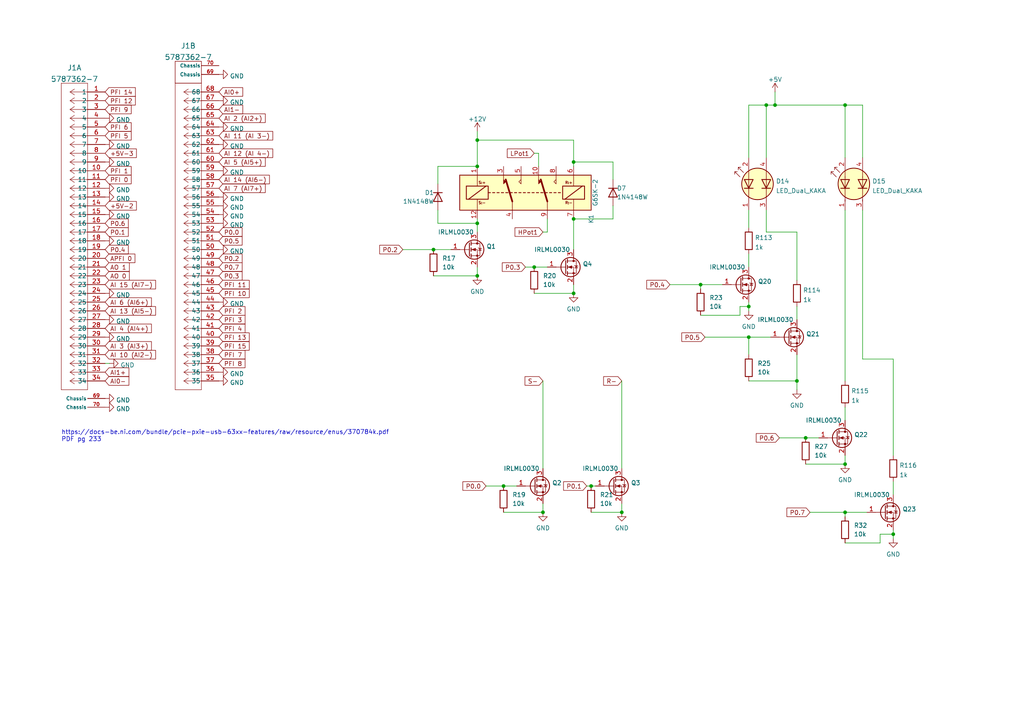
<source format=kicad_sch>
(kicad_sch (version 20211123) (generator eeschema)
  (paper "A4")
  (lib_symbols
    (symbol "Device:LED_Dual_KAKA" (pin_names (offset 0) hide)
      (property "Reference" "D" (at 0 5.715 0))
      (property "Value" "LED_Dual_KAKA" (at 0 -6.35 0))
      (symbol "LED_Dual_KAKA_1_1"
        (pin input line (at -7.62 2.54 0) (length 3.048) (name "A1") (number "1"))
        (pin input line (at 7.62 2.54 180) (length 3.81) (name "K1") (number "2"))
        (pin input line (at -7.62 -2.54 0) (length 3.048) (name "A2") (number "3"))
        (pin input line (at 7.62 -2.54 180) (length 3.81) (name "K2") (number "4"))
      )
    )
    (symbol "Device:R" (pin_numbers hide) (pin_names (offset 0))
      (property "Reference" "R" (at 2.032 0 90))
      (property "Value" "R" (at 0 0 90))
      (symbol "R_1_1"
        (pin passive line (at 0 3.81 270) (length 1.27) (name "~") (number "1"))
        (pin passive line (at 0 -3.81 90) (length 1.27) (name "~") (number "2"))
      )
    )
    (symbol "Diode:1N4148W" (pin_numbers hide) (pin_names (offset 1.016) hide)
      (property "Reference" "D" (at 0 2.54 0))
      (property "Value" "1N4148W" (at 0 -2.54 0))
      (symbol "1N4148W_1_1"
        (pin passive line (at -3.81 0 0) (length 2.54) (name "K") (number "1"))
        (pin passive line (at 3.81 0 180) (length 2.54) (name "A") (number "2"))
      )
    )
    (symbol "Eli_v6Lib:5787362-7" (pin_names (offset 0.254))
      (property "Reference" "J" (at 8.89 6.35 0))
      (property "Value" "5787362-7" (at 0 0 0))
      (symbol "5787362-7_0_0"
        (pin bidirectional line (at 0 -88.9 0) (length 5.08) (name "Chassis") (number "69"))
        (pin bidirectional line (at 0 -91.44 0) (length 5.08) (name "Chassis") (number "70"))
      )
      (symbol "5787362-7_1_1"
        (pin unspecified line (at 0 0 0) (length 5.08) (name "1") (number "1"))
        (pin unspecified line (at 0 -22.86 0) (length 5.08) (name "10") (number "10"))
        (pin unspecified line (at 0 -25.4 0) (length 5.08) (name "11") (number "11"))
        (pin unspecified line (at 0 -27.94 0) (length 5.08) (name "12") (number "12"))
        (pin unspecified line (at 0 -30.48 0) (length 5.08) (name "13") (number "13"))
        (pin unspecified line (at 0 -33.02 0) (length 5.08) (name "14") (number "14"))
        (pin unspecified line (at 0 -35.56 0) (length 5.08) (name "15") (number "15"))
        (pin unspecified line (at 0 -38.1 0) (length 5.08) (name "16") (number "16"))
        (pin unspecified line (at 0 -40.64 0) (length 5.08) (name "17") (number "17"))
        (pin unspecified line (at 0 -43.18 0) (length 5.08) (name "18") (number "18"))
        (pin unspecified line (at 0 -45.72 0) (length 5.08) (name "19") (number "19"))
        (pin unspecified line (at 0 -2.54 0) (length 5.08) (name "2") (number "2"))
        (pin unspecified line (at 0 -48.26 0) (length 5.08) (name "20") (number "20"))
        (pin unspecified line (at 0 -50.8 0) (length 5.08) (name "21") (number "21"))
        (pin unspecified line (at 0 -53.34 0) (length 5.08) (name "22") (number "22"))
        (pin unspecified line (at 0 -55.88 0) (length 5.08) (name "23") (number "23"))
        (pin unspecified line (at 0 -58.42 0) (length 5.08) (name "24") (number "24"))
        (pin unspecified line (at 0 -60.96 0) (length 5.08) (name "25") (number "25"))
        (pin unspecified line (at 0 -63.5 0) (length 5.08) (name "26") (number "26"))
        (pin unspecified line (at 0 -66.04 0) (length 5.08) (name "27") (number "27"))
        (pin unspecified line (at 0 -68.58 0) (length 5.08) (name "28") (number "28"))
        (pin unspecified line (at 0 -71.12 0) (length 5.08) (name "29") (number "29"))
        (pin unspecified line (at 0 -5.08 0) (length 5.08) (name "3") (number "3"))
        (pin unspecified line (at 0 -73.66 0) (length 5.08) (name "30") (number "30"))
        (pin unspecified line (at 0 -76.2 0) (length 5.08) (name "31") (number "31"))
        (pin unspecified line (at 0 -78.74 0) (length 5.08) (name "32") (number "32"))
        (pin unspecified line (at 0 -81.28 0) (length 5.08) (name "33") (number "33"))
        (pin unspecified line (at 0 -83.82 0) (length 5.08) (name "34") (number "34"))
        (pin unspecified line (at 0 -7.62 0) (length 5.08) (name "4") (number "4"))
        (pin unspecified line (at 0 -10.16 0) (length 5.08) (name "5") (number "5"))
        (pin unspecified line (at 0 -12.7 0) (length 5.08) (name "6") (number "6"))
        (pin unspecified line (at 0 -15.24 0) (length 5.08) (name "7") (number "7"))
        (pin unspecified line (at 0 -17.78 0) (length 5.08) (name "8") (number "8"))
        (pin unspecified line (at 0 -20.32 0) (length 5.08) (name "9") (number "9"))
      )
      (symbol "5787362-7_1_2"
        (pin unspecified line (at 0 0 0) (length 5.08) (name "1") (number "1"))
        (pin unspecified line (at 0 -22.86 0) (length 5.08) (name "10") (number "10"))
        (pin unspecified line (at 0 -25.4 0) (length 5.08) (name "11") (number "11"))
        (pin unspecified line (at 0 -27.94 0) (length 5.08) (name "12") (number "12"))
        (pin unspecified line (at 0 -30.48 0) (length 5.08) (name "13") (number "13"))
        (pin unspecified line (at 0 -33.02 0) (length 5.08) (name "14") (number "14"))
        (pin unspecified line (at 0 -35.56 0) (length 5.08) (name "15") (number "15"))
        (pin unspecified line (at 0 -38.1 0) (length 5.08) (name "16") (number "16"))
        (pin unspecified line (at 0 -40.64 0) (length 5.08) (name "17") (number "17"))
        (pin unspecified line (at 0 -43.18 0) (length 5.08) (name "18") (number "18"))
        (pin unspecified line (at 0 -45.72 0) (length 5.08) (name "19") (number "19"))
        (pin unspecified line (at 0 -2.54 0) (length 5.08) (name "2") (number "2"))
        (pin unspecified line (at 0 -48.26 0) (length 5.08) (name "20") (number "20"))
        (pin unspecified line (at 0 -50.8 0) (length 5.08) (name "21") (number "21"))
        (pin unspecified line (at 0 -53.34 0) (length 5.08) (name "22") (number "22"))
        (pin unspecified line (at 0 -55.88 0) (length 5.08) (name "23") (number "23"))
        (pin unspecified line (at 0 -58.42 0) (length 5.08) (name "24") (number "24"))
        (pin unspecified line (at 0 -60.96 0) (length 5.08) (name "25") (number "25"))
        (pin unspecified line (at 0 -63.5 0) (length 5.08) (name "26") (number "26"))
        (pin unspecified line (at 0 -66.04 0) (length 5.08) (name "27") (number "27"))
        (pin unspecified line (at 0 -68.58 0) (length 5.08) (name "28") (number "28"))
        (pin unspecified line (at 0 -71.12 0) (length 5.08) (name "29") (number "29"))
        (pin unspecified line (at 0 -5.08 0) (length 5.08) (name "3") (number "3"))
        (pin unspecified line (at 0 -73.66 0) (length 5.08) (name "30") (number "30"))
        (pin unspecified line (at 0 -76.2 0) (length 5.08) (name "31") (number "31"))
        (pin unspecified line (at 0 -78.74 0) (length 5.08) (name "32") (number "32"))
        (pin unspecified line (at 0 -81.28 0) (length 5.08) (name "33") (number "33"))
        (pin unspecified line (at 0 -83.82 0) (length 5.08) (name "34") (number "34"))
        (pin unspecified line (at 0 -7.62 0) (length 5.08) (name "4") (number "4"))
        (pin unspecified line (at 0 -10.16 0) (length 5.08) (name "5") (number "5"))
        (pin unspecified line (at 0 -12.7 0) (length 5.08) (name "6") (number "6"))
        (pin unspecified line (at 0 -15.24 0) (length 5.08) (name "7") (number "7"))
        (pin unspecified line (at 0 -17.78 0) (length 5.08) (name "8") (number "8"))
        (pin unspecified line (at 0 -20.32 0) (length 5.08) (name "9") (number "9"))
      )
      (symbol "5787362-7_2_1"
        (pin unspecified line (at 0 0 0) (length 5.08) (name "35") (number "35"))
        (pin unspecified line (at 0 -2.54 0) (length 5.08) (name "36") (number "36"))
        (pin unspecified line (at 0 -5.08 0) (length 5.08) (name "37") (number "37"))
        (pin unspecified line (at 0 -7.62 0) (length 5.08) (name "38") (number "38"))
        (pin unspecified line (at 0 -10.16 0) (length 5.08) (name "39") (number "39"))
        (pin unspecified line (at 0 -12.7 0) (length 5.08) (name "40") (number "40"))
        (pin unspecified line (at 0 -15.24 0) (length 5.08) (name "41") (number "41"))
        (pin unspecified line (at 0 -17.78 0) (length 5.08) (name "42") (number "42"))
        (pin unspecified line (at 0 -20.32 0) (length 5.08) (name "43") (number "43"))
        (pin unspecified line (at 0 -22.86 0) (length 5.08) (name "44") (number "44"))
        (pin unspecified line (at 0 -25.4 0) (length 5.08) (name "45") (number "45"))
        (pin unspecified line (at 0 -27.94 0) (length 5.08) (name "46") (number "46"))
        (pin unspecified line (at 0 -30.48 0) (length 5.08) (name "47") (number "47"))
        (pin unspecified line (at 0 -33.02 0) (length 5.08) (name "48") (number "48"))
        (pin unspecified line (at 0 -35.56 0) (length 5.08) (name "49") (number "49"))
        (pin unspecified line (at 0 -38.1 0) (length 5.08) (name "50") (number "50"))
        (pin unspecified line (at 0 -40.64 0) (length 5.08) (name "51") (number "51"))
        (pin unspecified line (at 0 -43.18 0) (length 5.08) (name "52") (number "52"))
        (pin unspecified line (at 0 -45.72 0) (length 5.08) (name "53") (number "53"))
        (pin unspecified line (at 0 -48.26 0) (length 5.08) (name "54") (number "54"))
        (pin unspecified line (at 0 -50.8 0) (length 5.08) (name "55") (number "55"))
        (pin unspecified line (at 0 -53.34 0) (length 5.08) (name "56") (number "56"))
        (pin unspecified line (at 0 -55.88 0) (length 5.08) (name "57") (number "57"))
        (pin unspecified line (at 0 -58.42 0) (length 5.08) (name "58") (number "58"))
        (pin unspecified line (at 0 -60.96 0) (length 5.08) (name "59") (number "59"))
        (pin unspecified line (at 0 -63.5 0) (length 5.08) (name "60") (number "60"))
        (pin unspecified line (at 0 -66.04 0) (length 5.08) (name "61") (number "61"))
        (pin unspecified line (at 0 -68.58 0) (length 5.08) (name "62") (number "62"))
        (pin unspecified line (at 0 -71.12 0) (length 5.08) (name "63") (number "63"))
        (pin unspecified line (at 0 -73.66 0) (length 5.08) (name "64") (number "64"))
        (pin unspecified line (at 0 -76.2 0) (length 5.08) (name "65") (number "65"))
        (pin unspecified line (at 0 -78.74 0) (length 5.08) (name "66") (number "66"))
        (pin unspecified line (at 0 -81.28 0) (length 5.08) (name "67") (number "67"))
        (pin unspecified line (at 0 -83.82 0) (length 5.08) (name "68") (number "68"))
      )
      (symbol "5787362-7_2_2"
        (pin unspecified line (at 0 0 0) (length 5.08) (name "35") (number "35"))
        (pin unspecified line (at 0 -2.54 0) (length 5.08) (name "36") (number "36"))
        (pin unspecified line (at 0 -5.08 0) (length 5.08) (name "37") (number "37"))
        (pin unspecified line (at 0 -7.62 0) (length 5.08) (name "38") (number "38"))
        (pin unspecified line (at 0 -10.16 0) (length 5.08) (name "39") (number "39"))
        (pin unspecified line (at 0 -12.7 0) (length 5.08) (name "40") (number "40"))
        (pin unspecified line (at 0 -15.24 0) (length 5.08) (name "41") (number "41"))
        (pin unspecified line (at 0 -17.78 0) (length 5.08) (name "42") (number "42"))
        (pin unspecified line (at 0 -20.32 0) (length 5.08) (name "43") (number "43"))
        (pin unspecified line (at 0 -22.86 0) (length 5.08) (name "44") (number "44"))
        (pin unspecified line (at 0 -25.4 0) (length 5.08) (name "45") (number "45"))
        (pin unspecified line (at 0 -27.94 0) (length 5.08) (name "46") (number "46"))
        (pin unspecified line (at 0 -30.48 0) (length 5.08) (name "47") (number "47"))
        (pin unspecified line (at 0 -33.02 0) (length 5.08) (name "48") (number "48"))
        (pin unspecified line (at 0 -35.56 0) (length 5.08) (name "49") (number "49"))
        (pin unspecified line (at 0 -38.1 0) (length 5.08) (name "50") (number "50"))
        (pin unspecified line (at 0 -40.64 0) (length 5.08) (name "51") (number "51"))
        (pin unspecified line (at 0 -43.18 0) (length 5.08) (name "52") (number "52"))
        (pin unspecified line (at 0 -45.72 0) (length 5.08) (name "53") (number "53"))
        (pin unspecified line (at 0 -48.26 0) (length 5.08) (name "54") (number "54"))
        (pin unspecified line (at 0 -50.8 0) (length 5.08) (name "55") (number "55"))
        (pin unspecified line (at 0 -53.34 0) (length 5.08) (name "56") (number "56"))
        (pin unspecified line (at 0 -55.88 0) (length 5.08) (name "57") (number "57"))
        (pin unspecified line (at 0 -58.42 0) (length 5.08) (name "58") (number "58"))
        (pin unspecified line (at 0 -60.96 0) (length 5.08) (name "59") (number "59"))
        (pin unspecified line (at 0 -63.5 0) (length 5.08) (name "60") (number "60"))
        (pin unspecified line (at 0 -66.04 0) (length 5.08) (name "61") (number "61"))
        (pin unspecified line (at 0 -68.58 0) (length 5.08) (name "62") (number "62"))
        (pin unspecified line (at 0 -71.12 0) (length 5.08) (name "63") (number "63"))
        (pin unspecified line (at 0 -73.66 0) (length 5.08) (name "64") (number "64"))
        (pin unspecified line (at 0 -76.2 0) (length 5.08) (name "65") (number "65"))
        (pin unspecified line (at 0 -78.74 0) (length 5.08) (name "66") (number "66"))
        (pin unspecified line (at 0 -81.28 0) (length 5.08) (name "67") (number "67"))
        (pin unspecified line (at 0 -83.82 0) (length 5.08) (name "68") (number "68"))
      )
    )
    (symbol "Relay:G6SK-2"
      (property "Reference" "K" (at 21.59 3.81 0))
      (property "Value" "G6SK-2" (at 21.59 1.27 0))
      (symbol "G6SK-2_0_0"
        (text "R:+" (at 13.843 2.921 0) (effects (font (size 0.762 0.762))))
        (text "R:-" (at 13.843 -2.921 0) (effects (font (size 0.762 0.762))))
        (text "S:+" (at -11.303 2.921 0) (effects (font (size 0.762 0.762))))
        (text "S:-" (at -11.303 -2.921 0) (effects (font (size 0.762 0.762))))
      )
      (symbol "G6SK-2_1_1"
        (pin passive line (at -12.7 7.62 270) (length 2.54) (name "~") (number "1"))
        (pin passive line (at 5.08 7.62 270) (length 2.54) (name "~") (number "10"))
        (pin passive line (at -12.7 -7.62 90) (length 2.54) (name "~") (number "12"))
        (pin passive line (at -5.08 7.62 270) (length 2.54) (name "~") (number "3"))
        (pin passive line (at -2.54 -7.62 90) (length 2.54) (name "~") (number "4"))
        (pin passive line (at 0 7.62 270) (length 2.54) (name "~") (number "5"))
        (pin passive line (at 15.24 7.62 270) (length 2.54) (name "~") (number "6"))
        (pin passive line (at 15.24 -7.62 90) (length 2.54) (name "~") (number "7"))
        (pin passive line (at 10.16 7.62 270) (length 2.54) (name "~") (number "8"))
        (pin passive line (at 7.62 -7.62 90) (length 2.54) (name "~") (number "9"))
      )
    )
    (symbol "Transistor_FET:IRLML0030" (pin_names hide)
      (property "Reference" "Q" (at 5.08 1.905 0))
      (property "Value" "IRLML0030" (at 5.08 0 0))
      (symbol "IRLML0030_1_1"
        (pin input line (at -5.08 0 0) (length 2.54) (name "G") (number "1"))
        (pin passive line (at 2.54 -5.08 90) (length 2.54) (name "S") (number "2"))
        (pin passive line (at 2.54 5.08 270) (length 2.54) (name "D") (number "3"))
      )
    )
    (symbol "power:+12V" (power) (pin_names (offset 0))
      (property "Value" "+12V" (at 0 3.556 0))
      (symbol "+12V_1_1"
        (pin power_in line (at 0 0 90) (length 0) hide (name "+12V") (number "1"))
      )
    )
    (symbol "power:+5V" (power) (pin_names (offset 0))
      (property "Value" "+5V" (at 0 3.556 0))
      (symbol "+5V_1_1"
        (pin power_in line (at 0 0 90) (length 0) hide (name "+5V") (number "1"))
      )
    )
    (symbol "power:GND" (power) (pin_names (offset 0))
      (property "Value" "GND" (at 0 -3.81 0))
      (symbol "GND_1_1"
        (pin power_in line (at 0 0 270) (length 0) hide (name "GND") (number "1"))
      )
    )
  )
  (junction (at 166.37 63.5))
  (junction (at 245.11 148.59))
  (junction (at 180.34 148.59))
  (junction (at 222.25 30.48))
  (junction (at 245.11 30.48))
  (junction (at 138.43 48.26))
  (junction (at 259.08 154.94))
  (junction (at 138.43 40.64))
  (junction (at 217.17 97.79))
  (junction (at 154.94 77.47))
  (junction (at 138.43 64.77))
  (junction (at 146.05 140.97))
  (junction (at 224.79 30.48))
  (junction (at 138.43 80.01))
  (junction (at 233.68 127))
  (junction (at 166.37 85.09))
  (junction (at 245.11 134.62))
  (junction (at 217.17 88.9))
  (junction (at 231.14 110.49))
  (junction (at 203.2 82.55))
  (junction (at 157.48 148.59))
  (junction (at 125.73 72.39))
  (junction (at 166.37 46.99))
  (junction (at 171.45 140.97))
  (wire (pts (xy 156.21 44.45) (xy 156.21 48.26)))
  (wire (pts (xy 127 60.96) (xy 127 64.77)))
  (wire (pts (xy 217.17 88.9) (xy 217.17 90.17)))
  (wire (pts (xy 226.06 127) (xy 233.68 127)))
  (wire (pts (xy 154.94 85.09) (xy 166.37 85.09)))
  (wire (pts (xy 250.19 45.72) (xy 250.19 30.48)))
  (wire (pts (xy 217.17 97.79) (xy 223.52 97.79)))
  (wire (pts (xy 217.17 73.66) (xy 217.17 77.47)))
  (wire (pts (xy 245.11 148.59) (xy 251.46 148.59)))
  (wire (pts (xy 127 64.77) (xy 138.43 64.77)))
  (wire (pts (xy 224.79 30.48) (xy 224.79 26.67)))
  (wire (pts (xy 222.25 30.48) (xy 222.25 45.72)))
  (wire (pts (xy 217.17 97.79) (xy 217.17 102.87)))
  (wire (pts (xy 231.14 88.9) (xy 231.14 92.71)))
  (wire (pts (xy 250.19 60.96) (xy 250.19 104.14)))
  (wire (pts (xy 259.08 154.94) (xy 259.08 156.21)))
  (wire (pts (xy 245.11 45.72) (xy 245.11 30.48)))
  (wire (pts (xy 140.97 140.97) (xy 146.05 140.97)))
  (wire (pts (xy 231.14 110.49) (xy 231.14 113.03)))
  (wire (pts (xy 259.08 139.7) (xy 259.08 143.51)))
  (wire (pts (xy 166.37 40.64) (xy 138.43 40.64)))
  (wire (pts (xy 231.14 102.87) (xy 231.14 110.49)))
  (wire (pts (xy 233.68 127) (xy 237.49 127)))
  (wire (pts (xy 138.43 40.64) (xy 138.43 48.26)))
  (wire (pts (xy 166.37 82.55) (xy 166.37 85.09)))
  (wire (pts (xy 217.17 60.96) (xy 217.17 66.04)))
  (wire (pts (xy 217.17 110.49) (xy 231.14 110.49)))
  (wire (pts (xy 154.94 77.47) (xy 158.75 77.47)))
  (wire (pts (xy 214.63 88.9) (xy 217.17 88.9)))
  (wire (pts (xy 166.37 48.26) (xy 166.37 46.99)))
  (wire (pts (xy 204.47 97.79) (xy 217.17 97.79)))
  (wire (pts (xy 194.31 82.55) (xy 203.2 82.55)))
  (wire (pts (xy 177.8 63.5) (xy 166.37 63.5)))
  (wire (pts (xy 158.75 63.5) (xy 158.75 67.31)))
  (wire (pts (xy 245.11 60.96) (xy 245.11 110.49)))
  (wire (pts (xy 234.95 148.59) (xy 245.11 148.59)))
  (wire (pts (xy 217.17 87.63) (xy 217.17 88.9)))
  (wire (pts (xy 259.08 104.14) (xy 250.19 104.14)))
  (wire (pts (xy 177.8 59.69) (xy 177.8 63.5)))
  (wire (pts (xy 203.2 82.55) (xy 209.55 82.55)))
  (wire (pts (xy 222.25 60.96) (xy 222.25 67.31)))
  (wire (pts (xy 245.11 132.08) (xy 245.11 134.62)))
  (wire (pts (xy 116.84 72.39) (xy 125.73 72.39)))
  (wire (pts (xy 245.11 148.59) (xy 245.11 149.86)))
  (wire (pts (xy 259.08 104.14) (xy 259.08 132.08)))
  (wire (pts (xy 157.48 110.49) (xy 157.48 135.89)))
  (wire (pts (xy 233.68 134.62) (xy 245.11 134.62)))
  (wire (pts (xy 127 53.34) (xy 127 48.26)))
  (wire (pts (xy 171.45 148.59) (xy 180.34 148.59)))
  (wire (pts (xy 157.48 67.31) (xy 158.75 67.31)))
  (wire (pts (xy 166.37 46.99) (xy 166.37 40.64)))
  (wire (pts (xy 171.45 140.97) (xy 172.72 140.97)))
  (wire (pts (xy 170.18 140.97) (xy 171.45 140.97)))
  (wire (pts (xy 138.43 38.1) (xy 138.43 40.64)))
  (wire (pts (xy 231.14 67.31) (xy 222.25 67.31)))
  (wire (pts (xy 203.2 91.44) (xy 214.63 91.44)))
  (wire (pts (xy 245.11 30.48) (xy 224.79 30.48)))
  (wire (pts (xy 255.27 157.48) (xy 255.27 154.94)))
  (wire (pts (xy 245.11 118.11) (xy 245.11 121.92)))
  (wire (pts (xy 217.17 30.48) (xy 222.25 30.48)))
  (wire (pts (xy 250.19 30.48) (xy 245.11 30.48)))
  (wire (pts (xy 214.63 91.44) (xy 214.63 88.9)))
  (wire (pts (xy 217.17 30.48) (xy 217.17 45.72)))
  (wire (pts (xy 203.2 82.55) (xy 203.2 83.82)))
  (wire (pts (xy 259.08 153.67) (xy 259.08 154.94)))
  (wire (pts (xy 180.34 146.05) (xy 180.34 148.59)))
  (wire (pts (xy 146.05 148.59) (xy 157.48 148.59)))
  (wire (pts (xy 255.27 154.94) (xy 259.08 154.94)))
  (wire (pts (xy 222.25 30.48) (xy 224.79 30.48)))
  (wire (pts (xy 180.34 110.49) (xy 180.34 135.89)))
  (wire (pts (xy 146.05 140.97) (xy 149.86 140.97)))
  (wire (pts (xy 231.14 67.31) (xy 231.14 81.28)))
  (wire (pts (xy 125.73 72.39) (xy 130.81 72.39)))
  (wire (pts (xy 177.8 52.07) (xy 177.8 46.99)))
  (wire (pts (xy 125.73 80.01) (xy 138.43 80.01)))
  (wire (pts (xy 138.43 63.5) (xy 138.43 64.77)))
  (wire (pts (xy 177.8 46.99) (xy 166.37 46.99)))
  (wire (pts (xy 138.43 77.47) (xy 138.43 80.01)))
  (wire (pts (xy 245.11 157.48) (xy 255.27 157.48)))
  (wire (pts (xy 127 48.26) (xy 138.43 48.26)))
  (wire (pts (xy 157.48 146.05) (xy 157.48 148.59)))
  (wire (pts (xy 154.94 44.45) (xy 156.21 44.45)))
  (wire (pts (xy 30.48 105.41) (xy 31.75 105.41)))
  (wire (pts (xy 152.4 77.47) (xy 154.94 77.47)))
  (wire (pts (xy 166.37 63.5) (xy 166.37 72.39)))
  (wire (pts (xy 138.43 64.77) (xy 138.43 67.31)))
  (text "https://docs-be.ni.com/bundle/pcie-pxie-usb-63xx-features/raw/resource/enus/370784k.pdf\nPDF pg 233\n" (at 17.78 128.27 0) (effects (font (size 1.27 1.27)) (justify left bottom)))
  (global_label "P0.5" (shape input) (at 204.47 97.79 180) (property "Intersheet References" "${INTERSHEET_REFS}" (effects hide)))
  (global_label "P0.3" (shape input) (at 152.4 77.47 180) (property "Intersheet References" "${INTERSHEET_REFS}" (effects hide)))
  (global_label "AI 15 (AI7-)" (shape input) (at 30.48 82.55 0) (property "Intersheet References" "${INTERSHEET_REFS}" (effects hide)))
  (global_label "PFI 3" (shape input) (at 63.5 92.71 0) (property "Intersheet References" "${INTERSHEET_REFS}" (effects hide)))
  (global_label "P0.0" (shape input) (at 63.5 67.31 0) (property "Intersheet References" "${INTERSHEET_REFS}" (effects hide)))
  (global_label "AI 5 (AI5+)" (shape input) (at 63.5 46.99 0) (property "Intersheet References" "${INTERSHEET_REFS}" (effects hide)))
  (global_label "AI1-" (shape input) (at 63.5 31.75 0) (property "Intersheet References" "${INTERSHEET_REFS}" (effects hide)))
  (global_label "PFI 1" (shape input) (at 30.48 49.53 0) (property "Intersheet References" "${INTERSHEET_REFS}" (effects hide)))
  (global_label "P0.0" (shape input) (at 140.97 140.97 180) (property "Intersheet References" "${INTERSHEET_REFS}" (effects hide)))
  (global_label "LPot1" (shape input) (at 154.94 44.45 180) (property "Intersheet References" "${INTERSHEET_REFS}" (effects hide)))
  (global_label "AI 2 (AI2+)" (shape input) (at 63.5 34.29 0) (property "Intersheet References" "${INTERSHEET_REFS}" (effects hide)))
  (global_label "P0.3" (shape input) (at 63.5 80.01 0) (property "Intersheet References" "${INTERSHEET_REFS}" (effects hide)))
  (global_label "HPot1" (shape input) (at 157.48 67.31 180) (property "Intersheet References" "${INTERSHEET_REFS}" (effects hide)))
  (global_label "P0.7" (shape input) (at 234.95 148.59 180) (property "Intersheet References" "${INTERSHEET_REFS}" (effects hide)))
  (global_label "PFI 7" (shape input) (at 63.5 102.87 0) (property "Intersheet References" "${INTERSHEET_REFS}" (effects hide)))
  (global_label "AO 0" (shape input) (at 30.48 80.01 0) (property "Intersheet References" "${INTERSHEET_REFS}" (effects hide)))
  (global_label "AI 7 (AI7+)" (shape input) (at 63.5 54.61 0) (property "Intersheet References" "${INTERSHEET_REFS}" (effects hide)))
  (global_label "P0.2" (shape input) (at 116.84 72.39 180) (property "Intersheet References" "${INTERSHEET_REFS}" (effects hide)))
  (global_label "PFI 14" (shape input) (at 30.48 26.67 0) (property "Intersheet References" "${INTERSHEET_REFS}" (effects hide)))
  (global_label "S-" (shape input) (at 157.48 110.49 180) (property "Intersheet References" "${INTERSHEET_REFS}" (effects hide)))
  (global_label "AI0+" (shape input) (at 63.5 26.67 0) (property "Intersheet References" "${INTERSHEET_REFS}" (effects hide)))
  (global_label "PFI 12" (shape input) (at 30.48 29.21 0) (property "Intersheet References" "${INTERSHEET_REFS}" (effects hide)))
  (global_label "R-" (shape input) (at 180.34 110.49 180) (property "Intersheet References" "${INTERSHEET_REFS}" (effects hide)))
  (global_label "P0.4" (shape input) (at 30.48 72.39 0) (property "Intersheet References" "${INTERSHEET_REFS}" (effects hide)))
  (global_label "PFI 2" (shape input) (at 63.5 90.17 0) (property "Intersheet References" "${INTERSHEET_REFS}" (effects hide)))
  (global_label "AI 11 (AI 3-)" (shape input) (at 63.5 39.37 0) (property "Intersheet References" "${INTERSHEET_REFS}" (effects hide)))
  (global_label "AI 6 (AI6+)" (shape input) (at 30.48 87.63 0) (property "Intersheet References" "${INTERSHEET_REFS}" (effects hide)))
  (global_label "AI 10 (AI2-)" (shape input) (at 30.48 102.87 0) (property "Intersheet References" "${INTERSHEET_REFS}" (effects hide)))
  (global_label "PFI 6" (shape input) (at 30.48 36.83 0) (property "Intersheet References" "${INTERSHEET_REFS}" (effects hide)))
  (global_label "AI1+" (shape input) (at 30.48 107.95 0) (property "Intersheet References" "${INTERSHEET_REFS}" (effects hide)))
  (global_label "P0.2" (shape input) (at 63.5 74.93 0) (property "Intersheet References" "${INTERSHEET_REFS}" (effects hide)))
  (global_label "PFI 5" (shape input) (at 30.48 39.37 0) (property "Intersheet References" "${INTERSHEET_REFS}" (effects hide)))
  (global_label "+5V-2" (shape input) (at 30.48 59.69 0) (property "Intersheet References" "${INTERSHEET_REFS}" (effects hide)))
  (global_label "AI0-" (shape input) (at 30.48 110.49 0) (property "Intersheet References" "${INTERSHEET_REFS}" (effects hide)))
  (global_label "P0.1" (shape input) (at 30.48 67.31 0) (property "Intersheet References" "${INTERSHEET_REFS}" (effects hide)))
  (global_label "AI 14 (AI6-)" (shape input) (at 63.5 52.07 0) (property "Intersheet References" "${INTERSHEET_REFS}" (effects hide)))
  (global_label "PFI 0" (shape input) (at 30.48 52.07 0) (property "Intersheet References" "${INTERSHEET_REFS}" (effects hide)))
  (global_label "PFI 9" (shape input) (at 30.48 31.75 0) (property "Intersheet References" "${INTERSHEET_REFS}" (effects hide)))
  (global_label "P0.6" (shape input) (at 30.48 64.77 0) (property "Intersheet References" "${INTERSHEET_REFS}" (effects hide)))
  (global_label "PFI 15" (shape input) (at 63.5 100.33 0) (property "Intersheet References" "${INTERSHEET_REFS}" (effects hide)))
  (global_label "P0.1" (shape input) (at 170.18 140.97 180) (property "Intersheet References" "${INTERSHEET_REFS}" (effects hide)))
  (global_label "PFI 13" (shape input) (at 63.5 97.79 0) (property "Intersheet References" "${INTERSHEET_REFS}" (effects hide)))
  (global_label "AI 12 (AI 4-)" (shape input) (at 63.5 44.45 0) (property "Intersheet References" "${INTERSHEET_REFS}" (effects hide)))
  (global_label "APFI 0" (shape input) (at 30.48 74.93 0) (property "Intersheet References" "${INTERSHEET_REFS}" (effects hide)))
  (global_label "PFI 11" (shape input) (at 63.5 82.55 0) (property "Intersheet References" "${INTERSHEET_REFS}" (effects hide)))
  (global_label "AO 1" (shape input) (at 30.48 77.47 0) (property "Intersheet References" "${INTERSHEET_REFS}" (effects hide)))
  (global_label "AI 3 (AI3+)" (shape input) (at 30.48 100.33 0) (property "Intersheet References" "${INTERSHEET_REFS}" (effects hide)))
  (global_label "PFI 10" (shape input) (at 63.5 85.09 0) (property "Intersheet References" "${INTERSHEET_REFS}" (effects hide)))
  (global_label "AI 13 (AI5-)" (shape input) (at 30.48 90.17 0) (property "Intersheet References" "${INTERSHEET_REFS}" (effects hide)))
  (global_label "P0.4" (shape input) (at 194.31 82.55 180) (property "Intersheet References" "${INTERSHEET_REFS}" (effects hide)))
  (global_label "P0.6" (shape input) (at 226.06 127 180) (property "Intersheet References" "${INTERSHEET_REFS}" (effects hide)))
  (global_label "PFI 4" (shape input) (at 63.5 95.25 0) (property "Intersheet References" "${INTERSHEET_REFS}" (effects hide)))
  (global_label "P0.5" (shape input) (at 63.5 69.85 0) (property "Intersheet References" "${INTERSHEET_REFS}" (effects hide)))
  (global_label "PFI 8" (shape input) (at 63.5 105.41 0) (property "Intersheet References" "${INTERSHEET_REFS}" (effects hide)))
  (global_label "AI 4 (AI4+)" (shape input) (at 30.48 95.25 0) (property "Intersheet References" "${INTERSHEET_REFS}" (effects hide)))
  (global_label "P0.7" (shape input) (at 63.5 77.47 0) (property "Intersheet References" "${INTERSHEET_REFS}" (effects hide)))
  (global_label "+5V-3" (shape input) (at 30.48 44.45 0) (property "Intersheet References" "${INTERSHEET_REFS}" (effects hide)))
  (symbol (lib_id "power:GND") (at 63.5 107.95 90) (unit 1)
    (property "Reference" "#PWR0218" (effects hide))
    (property "Value" "GND" (at 66.675 108.429 90) (effects (justify right)))
  )
  (symbol (lib_id "power:GND") (at 63.5 29.21 90) (unit 1)
    (property "Reference" "#PWR0229" (effects hide))
    (property "Value" "GND" (at 66.675 29.689 90) (effects (justify right)))
  )
  (symbol (lib_id "power:GND") (at 63.5 64.77 90) (unit 1)
    (property "Reference" "#PWR0236" (effects hide))
    (property "Value" "GND" (at 66.675 65.249 90) (effects (justify right)))
  )
  (symbol (lib_id "power:GND") (at 63.5 59.69 90) (unit 1)
    (property "Reference" "#PWR0238" (effects hide))
    (property "Value" "GND" (at 66.675 60.169 90) (effects (justify right)))
  )
  (symbol (lib_id "Device:R") (at 146.05 144.78 0) (unit 1)
    (property "Reference" "R19" (at 148.59 143.5099 0) (effects (justify left)))
    (property "Value" "10k" (at 148.59 146.0499 0) (effects (justify left)))
    (property "Footprint" "Resistor_SMD:R_0805_2012Metric_Pad1.20x1.40mm_HandSolder" (effects hide))
  )
  (symbol (lib_id "power:GND") (at 30.48 34.29 90) (unit 1)
    (property "Reference" "#PWR0235" (effects hide))
    (property "Value" "GND" (at 33.655 34.769 90) (effects (justify right)))
  )
  (symbol (lib_id "power:GND") (at 30.48 62.23 90) (unit 1)
    (property "Reference" "#PWR0242" (effects hide))
    (property "Value" "GND" (at 33.655 62.709 90) (effects (justify right)))
  )
  (symbol (lib_id "power:GND") (at 231.14 113.03 0) (unit 1)
    (property "Reference" "#PWR0206" (effects hide))
    (property "Value" "GND" (at 231.14 117.5925 0))
  )
  (symbol (lib_id "Device:R") (at 259.08 135.89 0) (unit 1)
    (property "Reference" "R116" (at 260.858 134.9815 0) (effects (justify left)))
    (property "Value" "1k" (at 260.858 137.7566 0) (effects (justify left)))
    (property "Footprint" "Resistor_SMD:R_0805_2012Metric_Pad1.20x1.40mm_HandSolder" (effects hide))
  )
  (symbol (lib_id "Device:R") (at 231.14 85.09 0) (unit 1)
    (property "Reference" "R114" (at 232.918 84.1815 0) (effects (justify left)))
    (property "Value" "1k" (at 232.918 86.9566 0) (effects (justify left)))
    (property "Footprint" "Resistor_SMD:R_0805_2012Metric_Pad1.20x1.40mm_HandSolder" (effects hide))
  )
  (symbol (lib_id "Device:R") (at 203.2 87.63 0) (unit 1)
    (property "Reference" "R23" (at 205.74 86.3599 0) (effects (justify left)))
    (property "Value" "10k" (at 205.74 88.8999 0) (effects (justify left)))
    (property "Footprint" "Resistor_SMD:R_0805_2012Metric_Pad1.20x1.40mm_HandSolder" (effects hide))
  )
  (symbol (lib_id "power:GND") (at 63.5 49.53 90) (unit 1)
    (property "Reference" "#PWR0244" (effects hide))
    (property "Value" "GND" (at 66.675 50.009 90) (effects (justify right)))
  )
  (symbol (lib_id "power:GND") (at 30.48 69.85 90) (unit 1)
    (property "Reference" "#PWR0241" (effects hide))
    (property "Value" "GND" (at 33.655 70.329 90) (effects (justify right)))
  )
  (symbol (lib_id "Device:R") (at 171.45 144.78 0) (unit 1)
    (property "Reference" "R21" (at 173.99 143.5099 0) (effects (justify left)))
    (property "Value" "10k" (at 173.99 146.0499 0) (effects (justify left)))
    (property "Footprint" "Resistor_SMD:R_0805_2012Metric_Pad1.20x1.40mm_HandSolder" (effects hide))
  )
  (symbol (lib_id "power:GND") (at 63.5 87.63 90) (unit 1)
    (property "Reference" "#PWR0217" (effects hide))
    (property "Value" "GND" (at 66.675 88.109 90) (effects (justify right)))
  )
  (symbol (lib_id "Transistor_FET:IRLML0030") (at 214.63 82.55 0) (unit 1)
    (property "Reference" "Q20" (at 219.837 81.6415 0) (effects (justify left)))
    (property "Value" "IRLML0030" (at 205.74 77.47 0) (effects (justify left)))
    (property "Footprint" "Package_TO_SOT_SMD:SOT-23" (effects hide))
    (property "Datasheet" "https://www.infineon.com/dgdl/irlml0030pbf.pdf?fileId=5546d462533600a401535664773825df" (effects hide))
  )
  (symbol (lib_id "power:GND") (at 63.5 110.49 90) (unit 1)
    (property "Reference" "#PWR0219" (effects hide))
    (property "Value" "GND" (at 66.675 110.969 90) (effects (justify right)))
  )
  (symbol (lib_id "power:GND") (at 30.48 85.09 90) (unit 1)
    (property "Reference" "#PWR0215" (effects hide))
    (property "Value" "GND" (at 33.655 85.569 90) (effects (justify right)))
  )
  (symbol (lib_id "Transistor_FET:IRLML0030") (at 177.8 140.97 0) (unit 1)
    (property "Reference" "Q3" (at 183.007 140.0615 0) (effects (justify left)))
    (property "Value" "IRLML0030" (at 168.91 135.89 0) (effects (justify left)))
    (property "Footprint" "Package_TO_SOT_SMD:SOT-23" (effects hide))
    (property "Datasheet" "https://www.infineon.com/dgdl/irlml0030pbf.pdf?fileId=5546d462533600a401535664773825df" (effects hide))
  )
  (symbol (lib_id "Transistor_FET:IRLML0030") (at 242.57 127 0) (unit 1)
    (property "Reference" "Q22" (at 247.777 126.0915 0) (effects (justify left)))
    (property "Value" "IRLML0030" (at 233.68 121.92 0) (effects (justify left)))
    (property "Footprint" "Package_TO_SOT_SMD:SOT-23" (effects hide))
    (property "Datasheet" "https://www.infineon.com/dgdl/irlml0030pbf.pdf?fileId=5546d462533600a401535664773825df" (effects hide))
  )
  (symbol (lib_id "power:GND") (at 63.5 21.59 90) (unit 1)
    (property "Reference" "#PWR0230" (effects hide))
    (property "Value" "GND" (at 66.675 22.069 90) (effects (justify right)))
  )
  (symbol (lib_id "power:GND") (at 30.48 46.99 90) (unit 1)
    (property "Reference" "#PWR0233" (effects hide))
    (property "Value" "GND" (at 33.655 47.469 90) (effects (justify right)))
  )
  (symbol (lib_id "power:GND") (at 63.5 57.15 90) (unit 1)
    (property "Reference" "#PWR0243" (effects hide))
    (property "Value" "GND" (at 66.675 57.629 90) (effects (justify right)))
  )
  (symbol (lib_id "Device:R") (at 154.94 81.28 0) (unit 1)
    (property "Reference" "R20" (at 157.48 80.0099 0) (effects (justify left)))
    (property "Value" "10k" (at 157.48 82.5499 0) (effects (justify left)))
    (property "Footprint" "Resistor_SMD:R_0805_2012Metric_Pad1.20x1.40mm_HandSolder" (effects hide))
  )
  (symbol (lib_id "Device:LED_Dual_KAKA") (at 247.65 53.34 90) (unit 1)
    (property "Reference" "D15" (at 252.984 52.5585 90) (effects (justify right)))
    (property "Value" "LED_Dual_KAKA" (at 252.984 55.3336 90) (effects (justify right)))
    (property "Footprint" "Eli_Lib:IC4_WP934EB_2GD_KNB" (effects hide))
  )
  (symbol (lib_id "Device:R") (at 217.17 106.68 0) (unit 1)
    (property "Reference" "R25" (at 219.71 105.4099 0) (effects (justify left)))
    (property "Value" "10k" (at 219.71 107.9499 0) (effects (justify left)))
    (property "Footprint" "Resistor_SMD:R_0805_2012Metric_Pad1.20x1.40mm_HandSolder" (effects hide))
  )
  (symbol (lib_id "power:GND") (at 30.48 54.61 90) (unit 1)
    (property "Reference" "#PWR0232" (effects hide))
    (property "Value" "GND" (at 33.655 55.089 90) (effects (justify right)))
  )
  (symbol (lib_id "power:GND") (at 217.17 90.17 0) (unit 1)
    (property "Reference" "#PWR0205" (effects hide))
    (property "Value" "GND" (at 217.17 94.7325 0))
  )
  (symbol (lib_id "Device:R") (at 245.11 114.3 0) (unit 1)
    (property "Reference" "R115" (at 246.888 113.3915 0) (effects (justify left)))
    (property "Value" "1k" (at 246.888 116.1666 0) (effects (justify left)))
    (property "Footprint" "Resistor_SMD:R_0805_2012Metric_Pad1.20x1.40mm_HandSolder" (effects hide))
  )
  (symbol (lib_id "power:GND") (at 63.5 41.91 90) (unit 1)
    (property "Reference" "#PWR0239" (effects hide))
    (property "Value" "GND" (at 66.675 42.389 90) (effects (justify right)))
  )
  (symbol (lib_id "power:GND") (at 157.48 148.59 0) (unit 1)
    (property "Reference" "#PWR0116" (effects hide))
    (property "Value" "GND" (at 157.48 153.1525 0))
  )
  (symbol (lib_id "Transistor_FET:IRLML0030") (at 163.83 77.47 0) (unit 1)
    (property "Reference" "Q4" (at 169.037 76.5615 0) (effects (justify left)))
    (property "Value" "IRLML0030" (at 154.94 72.39 0) (effects (justify left)))
    (property "Footprint" "Package_TO_SOT_SMD:SOT-23" (effects hide))
    (property "Datasheet" "https://www.infineon.com/dgdl/irlml0030pbf.pdf?fileId=5546d462533600a401535664773825df" (effects hide))
  )
  (symbol (lib_id "power:GND") (at 63.5 36.83 90) (unit 1)
    (property "Reference" "#PWR0240" (effects hide))
    (property "Value" "GND" (at 66.675 37.309 90) (effects (justify right)))
  )
  (symbol (lib_id "power:GND") (at 30.48 92.71 90) (unit 1)
    (property "Reference" "#PWR0214" (effects hide))
    (property "Value" "GND" (at 33.655 93.189 90) (effects (justify right)))
  )
  (symbol (lib_id "Eli_v6Lib:5787362-7") (at 30.48 26.67 0) (mirror y) (unit 1)
    (property "Reference" "J1" (at 21.59 19.6625 0) (effects (font (size 1.524 1.524))))
    (property "Value" "5787362-7" (at 21.59 22.9415 0) (effects (font (size 1.524 1.524))))
    (property "Footprint" "Eli_Lib:CONN68_5787362-7_TEC" (effects hide))
    (property "Datasheet" "5787362-7" (effects hide))
  )
  (symbol (lib_id "power:+5V") (at 224.79 26.67 0) (unit 1)
    (property "Reference" "#PWR0101" (effects hide))
    (property "Value" "+5V" (at 224.79 23.0655 0))
  )
  (symbol (lib_id "power:GND") (at 245.11 134.62 0) (unit 1)
    (property "Reference" "#PWR0204" (effects hide))
    (property "Value" "GND" (at 245.11 139.1825 0))
  )
  (symbol (lib_id "power:GND") (at 63.5 72.39 90) (unit 1)
    (property "Reference" "#PWR0216" (effects hide))
    (property "Value" "GND" (at 66.675 72.869 90) (effects (justify right)))
  )
  (symbol (lib_id "Diode:1N4148W") (at 127 57.15 270) (unit 1)
    (property "Reference" "D1" (at 123.19 55.88 90) (effects (justify left)))
    (property "Value" "1N4148W" (at 116.84 58.42 90) (effects (justify left)))
    (property "Footprint" "Diode_SMD:D_SOD-123" (effects hide))
    (property "Datasheet" "https://www.vishay.com/docs/85748/1n4148w.pdf" (effects hide))
  )
  (symbol (lib_id "power:GND") (at 30.48 97.79 90) (unit 1)
    (property "Reference" "#PWR0213" (effects hide))
    (property "Value" "GND" (at 33.655 98.269 90) (effects (justify right)))
  )
  (symbol (lib_id "power:GND") (at 30.48 115.57 90) (unit 1)
    (property "Reference" "#PWR0211" (effects hide))
    (property "Value" "GND" (at 33.655 116.049 90) (effects (justify right)))
  )
  (symbol (lib_id "power:+12V") (at 138.43 38.1 0) (mirror y) (unit 1)
    (property "Reference" "#PWR0171" (effects hide))
    (property "Value" "+12V" (at 138.43 34.544 0))
  )
  (symbol (lib_id "power:GND") (at 166.37 85.09 0) (unit 1)
    (property "Reference" "#PWR0112" (effects hide))
    (property "Value" "GND" (at 166.37 89.6525 0))
  )
  (symbol (lib_id "power:GND") (at 30.48 118.11 90) (unit 1)
    (property "Reference" "#PWR0212" (effects hide))
    (property "Value" "GND" (at 33.655 118.589 90) (effects (justify right)))
  )
  (symbol (lib_id "power:GND") (at 138.43 80.01 0) (unit 1)
    (property "Reference" "#PWR0110" (effects hide))
    (property "Value" "GND" (at 138.43 84.5725 0))
  )
  (symbol (lib_id "Transistor_FET:IRLML0030") (at 228.6 97.79 0) (unit 1)
    (property "Reference" "Q21" (at 233.807 96.8815 0) (effects (justify left)))
    (property "Value" "IRLML0030" (at 219.71 92.71 0) (effects (justify left)))
    (property "Footprint" "Package_TO_SOT_SMD:SOT-23" (effects hide))
    (property "Datasheet" "https://www.infineon.com/dgdl/irlml0030pbf.pdf?fileId=5546d462533600a401535664773825df" (effects hide))
  )
  (symbol (lib_id "Transistor_FET:IRLML0030") (at 135.89 72.39 0) (unit 1)
    (property "Reference" "Q1" (at 141.097 71.4815 0) (effects (justify left)))
    (property "Value" "IRLML0030" (at 127 67.31 0) (effects (justify left)))
    (property "Footprint" "Package_TO_SOT_SMD:SOT-23" (effects hide))
    (property "Datasheet" "https://www.infineon.com/dgdl/irlml0030pbf.pdf?fileId=5546d462533600a401535664773825df" (effects hide))
  )
  (symbol (lib_id "Device:R") (at 125.73 76.2 0) (unit 1)
    (property "Reference" "R17" (at 128.27 74.9299 0) (effects (justify left)))
    (property "Value" "10k" (at 128.27 77.4699 0) (effects (justify left)))
    (property "Footprint" "Resistor_SMD:R_0805_2012Metric_Pad1.20x1.40mm_HandSolder" (effects hide))
  )
  (symbol (lib_id "Device:LED_Dual_KAKA") (at 219.71 53.34 90) (unit 1)
    (property "Reference" "D14" (at 225.044 52.5585 90) (effects (justify right)))
    (property "Value" "LED_Dual_KAKA" (at 225.044 55.3336 90) (effects (justify right)))
    (property "Footprint" "Eli_Lib:IC4_WP934EB_2GD_KNB" (effects hide))
  )
  (symbol (lib_id "power:GND") (at 180.34 148.59 0) (unit 1)
    (property "Reference" "#PWR0117" (effects hide))
    (property "Value" "GND" (at 180.34 153.1525 0))
  )
  (symbol (lib_id "Eli_v6Lib:5787362-7") (at 63.5 110.49 180) (unit 2)
    (property "Reference" "J1" (at 54.61 13.2998 0) (effects (font (size 1.524 1.524))))
    (property "Value" "5787362-7" (at 54.61 16.5788 0) (effects (font (size 1.524 1.524))))
    (property "Footprint" "Eli_Lib:CONN68_5787362-7_TEC" (effects hide))
    (property "Datasheet" "5787362-7" (effects hide))
  )
  (symbol (lib_id "power:GND") (at 259.08 156.21 0) (unit 1)
    (property "Reference" "#PWR0203" (effects hide))
    (property "Value" "GND" (at 259.08 160.7725 0))
  )
  (symbol (lib_id "power:GND") (at 63.5 62.23 90) (unit 1)
    (property "Reference" "#PWR0237" (effects hide))
    (property "Value" "GND" (at 66.675 62.709 90) (effects (justify right)))
  )
  (symbol (lib_id "Device:R") (at 217.17 69.85 0) (unit 1)
    (property "Reference" "R113" (at 218.948 68.9415 0) (effects (justify left)))
    (property "Value" "1k" (at 218.948 71.7166 0) (effects (justify left)))
    (property "Footprint" "Resistor_SMD:R_0805_2012Metric_Pad1.20x1.40mm_HandSolder" (effects hide))
  )
  (symbol (lib_id "power:GND") (at 30.48 57.15 90) (unit 1)
    (property "Reference" "#PWR0231" (effects hide))
    (property "Value" "GND" (at 33.655 57.629 90) (effects (justify right)))
  )
  (symbol (lib_id "Device:R") (at 245.11 153.67 0) (unit 1)
    (property "Reference" "R32" (at 247.65 152.3999 0) (effects (justify left)))
    (property "Value" "10k" (at 247.65 154.9399 0) (effects (justify left)))
    (property "Footprint" "Resistor_SMD:R_0805_2012Metric_Pad1.20x1.40mm_HandSolder" (effects hide))
  )
  (symbol (lib_id "power:GND") (at 31.75 105.41 90) (unit 1)
    (property "Reference" "#PWR0220" (effects hide))
    (property "Value" "GND" (at 34.925 105.889 90) (effects (justify right)))
  )
  (symbol (lib_id "Transistor_FET:IRLML0030") (at 256.54 148.59 0) (unit 1)
    (property "Reference" "Q23" (at 261.747 147.6815 0) (effects (justify left)))
    (property "Value" "IRLML0030" (at 247.65 143.51 0) (effects (justify left)))
    (property "Footprint" "Package_TO_SOT_SMD:SOT-23" (effects hide))
    (property "Datasheet" "https://www.infineon.com/dgdl/irlml0030pbf.pdf?fileId=5546d462533600a401535664773825df" (effects hide))
  )
  (symbol (lib_id "power:GND") (at 30.48 41.91 90) (unit 1)
    (property "Reference" "#PWR0234" (effects hide))
    (property "Value" "GND" (at 33.655 42.389 90) (effects (justify right)))
  )
  (symbol (lib_id "Device:R") (at 233.68 130.81 0) (unit 1)
    (property "Reference" "R27" (at 236.22 129.5399 0) (effects (justify left)))
    (property "Value" "10k" (at 236.22 132.0799 0) (effects (justify left)))
    (property "Footprint" "Resistor_SMD:R_0805_2012Metric_Pad1.20x1.40mm_HandSolder" (effects hide))
  )
  (symbol (lib_id "Diode:1N4148W") (at 177.8 55.88 90) (mirror x) (unit 1)
    (property "Reference" "D7" (at 181.61 54.61 90) (effects (justify left)))
    (property "Value" "1N4148W" (at 187.96 57.15 90) (effects (justify left)))
    (property "Footprint" "Diode_SMD:D_SOD-123" (effects hide))
    (property "Datasheet" "https://www.vishay.com/docs/85748/1n4148w.pdf" (effects hide))
  )
  (symbol (lib_id "Transistor_FET:IRLML0030") (at 154.94 140.97 0) (unit 1)
    (property "Reference" "Q2" (at 160.147 140.0615 0) (effects (justify left)))
    (property "Value" "IRLML0030" (at 146.05 135.89 0) (effects (justify left)))
    (property "Footprint" "Package_TO_SOT_SMD:SOT-23" (effects hide))
    (property "Datasheet" "https://www.infineon.com/dgdl/irlml0030pbf.pdf?fileId=5546d462533600a401535664773825df" (effects hide))
  )
  (symbol (lib_id "Relay:G6SK-2") (at 151.13 55.88 0) (unit 1)
    (property "Reference" "K1" (at 171.45 63.5 90))
    (property "Value" "G6SK-2" (at 172.6414 55.88 90))
    (property "Footprint" "Eli_Lib:RELAY_G6SK-2F DC3_OMR" (effects hide))
    (property "Datasheet" "http://omronfs.omron.com/en_US/ecb/products/pdf/en-g6s.pdf" (effects hide))
  )
)
</source>
